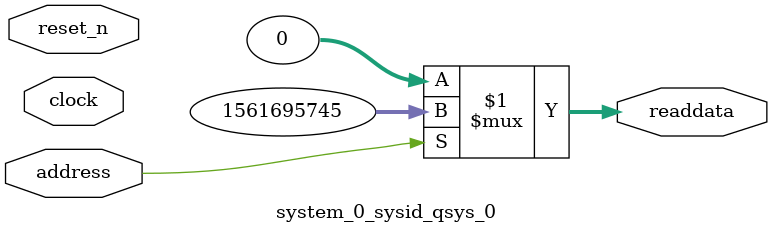
<source format=v>

`timescale 1ns / 1ps
// synthesis translate_on

// turn off superfluous verilog processor warnings 
// altera message_level Level1 
// altera message_off 10034 10035 10036 10037 10230 10240 10030 

module system_0_sysid_qsys_0 (
               // inputs:
                address,
                clock,
                reset_n,

               // outputs:
                readdata
             )
;

  output  [ 31: 0] readdata;
  input            address;
  input            clock;
  input            reset_n;

  wire    [ 31: 0] readdata;
  //control_slave, which is an e_avalon_slave
  assign readdata = address ? 1561695745 : 0;

endmodule




</source>
